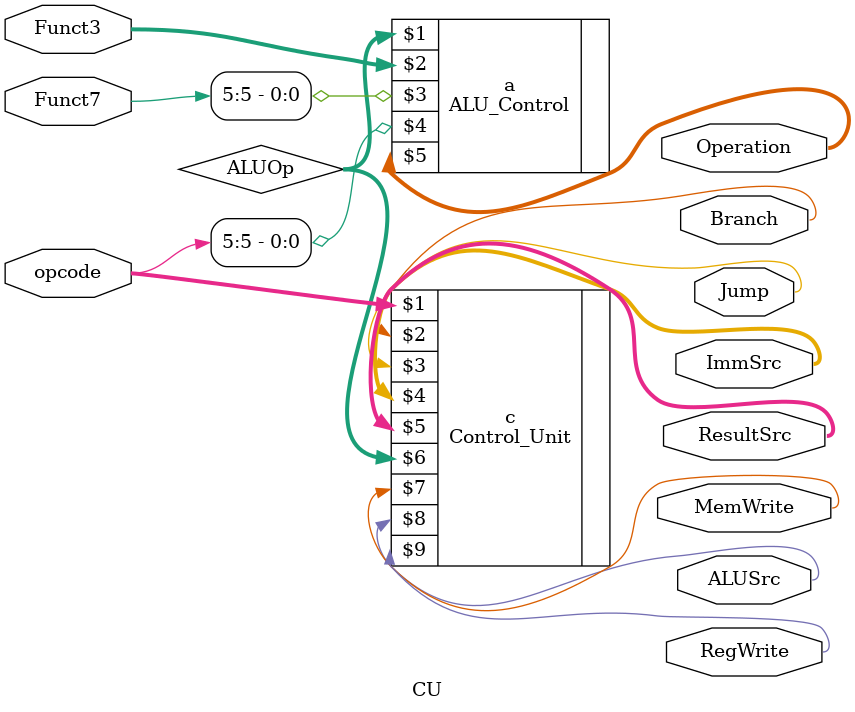
<source format=v>
module CU(opcode , Funct3 , Funct7 , ResultSrc , MemWrite , ALUSrc , ImmSrc , RegWrite , Operation , Branch , Jump);
input [6:0] opcode ,Funct7;
input [2:0] Funct3;
output  MemWrite , ALUSrc , RegWrite;
output  [1:0] ImmSrc , ResultSrc;
output  [2:0] Operation;
output Branch , Jump;
wire [1:0] ALUOp;
Control_Unit c(opcode , Branch , Jump , ImmSrc , ResultSrc , ALUOp , MemWrite , ALUSrc , RegWrite);
ALU_Control  a(ALUOp , Funct3 , Funct7[5] , opcode[5] , Operation);
endmodule

</source>
